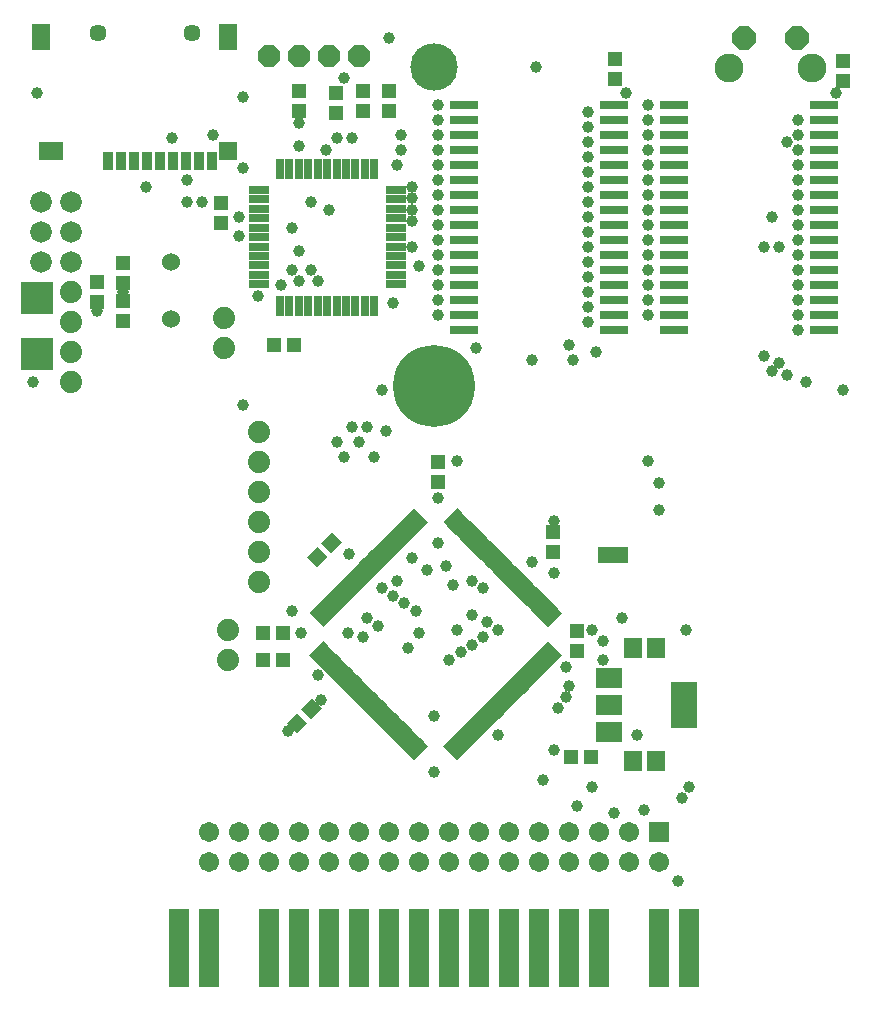
<source format=gts>
G75*
%MOIN*%
%OFA0B0*%
%FSLAX24Y24*%
%IPPOS*%
%LPD*%
%AMOC8*
5,1,8,0,0,1.08239X$1,22.5*
%
%ADD10C,0.2730*%
%ADD11C,0.1182*%
%ADD12R,0.0680X0.2630*%
%ADD13R,0.0671X0.0218*%
%ADD14R,0.0218X0.0671*%
%ADD15R,0.0946X0.0316*%
%ADD16R,0.0631X0.0867*%
%ADD17R,0.0584X0.0631*%
%ADD18R,0.0848X0.0631*%
%ADD19R,0.0356X0.0631*%
%ADD20C,0.0572*%
%ADD21R,0.0671X0.0277*%
%ADD22R,0.0277X0.0671*%
%ADD23R,0.0870X0.0670*%
%ADD24R,0.0870X0.1580*%
%ADD25C,0.0720*%
%ADD26C,0.0740*%
%ADD27R,0.0330X0.0580*%
%ADD28R,0.0474X0.0513*%
%ADD29OC8,0.0780*%
%ADD30C,0.0965*%
%ADD31C,0.0600*%
%ADD32R,0.0674X0.0674*%
%ADD33C,0.0674*%
%ADD34R,0.0592X0.0671*%
%ADD35R,0.1080X0.1080*%
%ADD36R,0.0513X0.0474*%
%ADD37OC8,0.0740*%
%ADD38C,0.0390*%
%ADD39C,0.1582*%
D10*
X014430Y022550D03*
D11*
X014430Y033175D03*
D12*
X005930Y003800D03*
X006930Y003800D03*
X008930Y003800D03*
X009930Y003800D03*
X010930Y003800D03*
X011930Y003800D03*
X012930Y003800D03*
X013930Y003800D03*
X014930Y003800D03*
X015930Y003800D03*
X016930Y003800D03*
X017930Y003800D03*
X018930Y003800D03*
X019930Y003800D03*
X021930Y003800D03*
X022930Y003800D03*
D13*
G36*
X013601Y010224D02*
X014073Y010696D01*
X014227Y010542D01*
X013755Y010070D01*
X013601Y010224D01*
G37*
G36*
X013462Y010363D02*
X013934Y010835D01*
X014088Y010681D01*
X013616Y010209D01*
X013462Y010363D01*
G37*
G36*
X013323Y010502D02*
X013795Y010974D01*
X013949Y010820D01*
X013477Y010348D01*
X013323Y010502D01*
G37*
G36*
X013184Y010641D02*
X013656Y011113D01*
X013810Y010959D01*
X013338Y010487D01*
X013184Y010641D01*
G37*
G36*
X013045Y010781D02*
X013517Y011253D01*
X013671Y011099D01*
X013199Y010627D01*
X013045Y010781D01*
G37*
G36*
X012906Y010920D02*
X013378Y011392D01*
X013532Y011238D01*
X013060Y010766D01*
X012906Y010920D01*
G37*
G36*
X012766Y011059D02*
X013238Y011531D01*
X013392Y011377D01*
X012920Y010905D01*
X012766Y011059D01*
G37*
G36*
X012627Y011198D02*
X013099Y011670D01*
X013253Y011516D01*
X012781Y011044D01*
X012627Y011198D01*
G37*
G36*
X012488Y011337D02*
X012960Y011809D01*
X013114Y011655D01*
X012642Y011183D01*
X012488Y011337D01*
G37*
G36*
X012349Y011477D02*
X012821Y011949D01*
X012975Y011795D01*
X012503Y011323D01*
X012349Y011477D01*
G37*
G36*
X012210Y011616D02*
X012682Y012088D01*
X012836Y011934D01*
X012364Y011462D01*
X012210Y011616D01*
G37*
G36*
X012070Y011755D02*
X012542Y012227D01*
X012696Y012073D01*
X012224Y011601D01*
X012070Y011755D01*
G37*
G36*
X011931Y011894D02*
X012403Y012366D01*
X012557Y012212D01*
X012085Y011740D01*
X011931Y011894D01*
G37*
G36*
X011792Y012033D02*
X012264Y012505D01*
X012418Y012351D01*
X011946Y011879D01*
X011792Y012033D01*
G37*
G36*
X011653Y012173D02*
X012125Y012645D01*
X012279Y012491D01*
X011807Y012019D01*
X011653Y012173D01*
G37*
G36*
X011514Y012312D02*
X011986Y012784D01*
X012140Y012630D01*
X011668Y012158D01*
X011514Y012312D01*
G37*
G36*
X011374Y012451D02*
X011846Y012923D01*
X012000Y012769D01*
X011528Y012297D01*
X011374Y012451D01*
G37*
G36*
X011235Y012590D02*
X011707Y013062D01*
X011861Y012908D01*
X011389Y012436D01*
X011235Y012590D01*
G37*
G36*
X011096Y012729D02*
X011568Y013201D01*
X011722Y013047D01*
X011250Y012575D01*
X011096Y012729D01*
G37*
G36*
X010957Y012869D02*
X011429Y013341D01*
X011583Y013187D01*
X011111Y012715D01*
X010957Y012869D01*
G37*
G36*
X010818Y013008D02*
X011290Y013480D01*
X011444Y013326D01*
X010972Y012854D01*
X010818Y013008D01*
G37*
G36*
X010678Y013147D02*
X011150Y013619D01*
X011304Y013465D01*
X010832Y012993D01*
X010678Y013147D01*
G37*
G36*
X010539Y013286D02*
X011011Y013758D01*
X011165Y013604D01*
X010693Y013132D01*
X010539Y013286D01*
G37*
G36*
X010400Y013425D02*
X010872Y013897D01*
X011026Y013743D01*
X010554Y013271D01*
X010400Y013425D01*
G37*
G36*
X010261Y013565D02*
X010733Y014037D01*
X010887Y013883D01*
X010415Y013411D01*
X010261Y013565D01*
G37*
G36*
X014715Y018019D02*
X015187Y018491D01*
X015341Y018337D01*
X014869Y017865D01*
X014715Y018019D01*
G37*
G36*
X014854Y017880D02*
X015326Y018352D01*
X015480Y018198D01*
X015008Y017726D01*
X014854Y017880D01*
G37*
G36*
X014993Y017740D02*
X015465Y018212D01*
X015619Y018058D01*
X015147Y017586D01*
X014993Y017740D01*
G37*
G36*
X015133Y017601D02*
X015605Y018073D01*
X015759Y017919D01*
X015287Y017447D01*
X015133Y017601D01*
G37*
G36*
X015272Y017462D02*
X015744Y017934D01*
X015898Y017780D01*
X015426Y017308D01*
X015272Y017462D01*
G37*
G36*
X015411Y017323D02*
X015883Y017795D01*
X016037Y017641D01*
X015565Y017169D01*
X015411Y017323D01*
G37*
G36*
X015550Y017184D02*
X016022Y017656D01*
X016176Y017502D01*
X015704Y017030D01*
X015550Y017184D01*
G37*
G36*
X015689Y017044D02*
X016161Y017516D01*
X016315Y017362D01*
X015843Y016890D01*
X015689Y017044D01*
G37*
G36*
X015829Y016905D02*
X016301Y017377D01*
X016455Y017223D01*
X015983Y016751D01*
X015829Y016905D01*
G37*
G36*
X015968Y016766D02*
X016440Y017238D01*
X016594Y017084D01*
X016122Y016612D01*
X015968Y016766D01*
G37*
G36*
X016107Y016627D02*
X016579Y017099D01*
X016733Y016945D01*
X016261Y016473D01*
X016107Y016627D01*
G37*
G36*
X016246Y016488D02*
X016718Y016960D01*
X016872Y016806D01*
X016400Y016334D01*
X016246Y016488D01*
G37*
G36*
X016385Y016348D02*
X016857Y016820D01*
X017011Y016666D01*
X016539Y016194D01*
X016385Y016348D01*
G37*
G36*
X016525Y016209D02*
X016997Y016681D01*
X017151Y016527D01*
X016679Y016055D01*
X016525Y016209D01*
G37*
G36*
X016664Y016070D02*
X017136Y016542D01*
X017290Y016388D01*
X016818Y015916D01*
X016664Y016070D01*
G37*
G36*
X016803Y015931D02*
X017275Y016403D01*
X017429Y016249D01*
X016957Y015777D01*
X016803Y015931D01*
G37*
G36*
X016942Y015792D02*
X017414Y016264D01*
X017568Y016110D01*
X017096Y015638D01*
X016942Y015792D01*
G37*
G36*
X017081Y015652D02*
X017553Y016124D01*
X017707Y015970D01*
X017235Y015498D01*
X017081Y015652D01*
G37*
G36*
X017221Y015513D02*
X017693Y015985D01*
X017847Y015831D01*
X017375Y015359D01*
X017221Y015513D01*
G37*
G36*
X017360Y015374D02*
X017832Y015846D01*
X017986Y015692D01*
X017514Y015220D01*
X017360Y015374D01*
G37*
G36*
X017499Y015235D02*
X017971Y015707D01*
X018125Y015553D01*
X017653Y015081D01*
X017499Y015235D01*
G37*
G36*
X017638Y015096D02*
X018110Y015568D01*
X018264Y015414D01*
X017792Y014942D01*
X017638Y015096D01*
G37*
G36*
X017777Y014957D02*
X018249Y015429D01*
X018403Y015275D01*
X017931Y014803D01*
X017777Y014957D01*
G37*
G36*
X017917Y014817D02*
X018389Y015289D01*
X018543Y015135D01*
X018071Y014663D01*
X017917Y014817D01*
G37*
G36*
X018056Y014678D02*
X018528Y015150D01*
X018682Y014996D01*
X018210Y014524D01*
X018056Y014678D01*
G37*
D14*
G36*
X018056Y013883D02*
X018210Y014037D01*
X018682Y013565D01*
X018528Y013411D01*
X018056Y013883D01*
G37*
G36*
X017917Y013743D02*
X018071Y013897D01*
X018543Y013425D01*
X018389Y013271D01*
X017917Y013743D01*
G37*
G36*
X017777Y013604D02*
X017931Y013758D01*
X018403Y013286D01*
X018249Y013132D01*
X017777Y013604D01*
G37*
G36*
X017638Y013465D02*
X017792Y013619D01*
X018264Y013147D01*
X018110Y012993D01*
X017638Y013465D01*
G37*
G36*
X017499Y013326D02*
X017653Y013480D01*
X018125Y013008D01*
X017971Y012854D01*
X017499Y013326D01*
G37*
G36*
X017360Y013187D02*
X017514Y013341D01*
X017986Y012869D01*
X017832Y012715D01*
X017360Y013187D01*
G37*
G36*
X017221Y013047D02*
X017375Y013201D01*
X017847Y012729D01*
X017693Y012575D01*
X017221Y013047D01*
G37*
G36*
X017081Y012908D02*
X017235Y013062D01*
X017707Y012590D01*
X017553Y012436D01*
X017081Y012908D01*
G37*
G36*
X016942Y012769D02*
X017096Y012923D01*
X017568Y012451D01*
X017414Y012297D01*
X016942Y012769D01*
G37*
G36*
X016803Y012630D02*
X016957Y012784D01*
X017429Y012312D01*
X017275Y012158D01*
X016803Y012630D01*
G37*
G36*
X016664Y012491D02*
X016818Y012645D01*
X017290Y012173D01*
X017136Y012019D01*
X016664Y012491D01*
G37*
G36*
X016525Y012351D02*
X016679Y012505D01*
X017151Y012033D01*
X016997Y011879D01*
X016525Y012351D01*
G37*
G36*
X016385Y012212D02*
X016539Y012366D01*
X017011Y011894D01*
X016857Y011740D01*
X016385Y012212D01*
G37*
G36*
X016246Y012073D02*
X016400Y012227D01*
X016872Y011755D01*
X016718Y011601D01*
X016246Y012073D01*
G37*
G36*
X016107Y011934D02*
X016261Y012088D01*
X016733Y011616D01*
X016579Y011462D01*
X016107Y011934D01*
G37*
G36*
X015968Y011795D02*
X016122Y011949D01*
X016594Y011477D01*
X016440Y011323D01*
X015968Y011795D01*
G37*
G36*
X015829Y011655D02*
X015983Y011809D01*
X016455Y011337D01*
X016301Y011183D01*
X015829Y011655D01*
G37*
G36*
X015689Y011516D02*
X015843Y011670D01*
X016315Y011198D01*
X016161Y011044D01*
X015689Y011516D01*
G37*
G36*
X015550Y011377D02*
X015704Y011531D01*
X016176Y011059D01*
X016022Y010905D01*
X015550Y011377D01*
G37*
G36*
X015411Y011238D02*
X015565Y011392D01*
X016037Y010920D01*
X015883Y010766D01*
X015411Y011238D01*
G37*
G36*
X015272Y011099D02*
X015426Y011253D01*
X015898Y010781D01*
X015744Y010627D01*
X015272Y011099D01*
G37*
G36*
X015133Y010959D02*
X015287Y011113D01*
X015759Y010641D01*
X015605Y010487D01*
X015133Y010959D01*
G37*
G36*
X014993Y010820D02*
X015147Y010974D01*
X015619Y010502D01*
X015465Y010348D01*
X014993Y010820D01*
G37*
G36*
X014854Y010681D02*
X015008Y010835D01*
X015480Y010363D01*
X015326Y010209D01*
X014854Y010681D01*
G37*
G36*
X014715Y010542D02*
X014869Y010696D01*
X015341Y010224D01*
X015187Y010070D01*
X014715Y010542D01*
G37*
G36*
X010400Y015135D02*
X010554Y015289D01*
X011026Y014817D01*
X010872Y014663D01*
X010400Y015135D01*
G37*
G36*
X010261Y014996D02*
X010415Y015150D01*
X010887Y014678D01*
X010733Y014524D01*
X010261Y014996D01*
G37*
G36*
X010539Y015275D02*
X010693Y015429D01*
X011165Y014957D01*
X011011Y014803D01*
X010539Y015275D01*
G37*
G36*
X010678Y015414D02*
X010832Y015568D01*
X011304Y015096D01*
X011150Y014942D01*
X010678Y015414D01*
G37*
G36*
X010818Y015553D02*
X010972Y015707D01*
X011444Y015235D01*
X011290Y015081D01*
X010818Y015553D01*
G37*
G36*
X010957Y015692D02*
X011111Y015846D01*
X011583Y015374D01*
X011429Y015220D01*
X010957Y015692D01*
G37*
G36*
X011096Y015831D02*
X011250Y015985D01*
X011722Y015513D01*
X011568Y015359D01*
X011096Y015831D01*
G37*
G36*
X011235Y015970D02*
X011389Y016124D01*
X011861Y015652D01*
X011707Y015498D01*
X011235Y015970D01*
G37*
G36*
X011374Y016110D02*
X011528Y016264D01*
X012000Y015792D01*
X011846Y015638D01*
X011374Y016110D01*
G37*
G36*
X011514Y016249D02*
X011668Y016403D01*
X012140Y015931D01*
X011986Y015777D01*
X011514Y016249D01*
G37*
G36*
X011653Y016388D02*
X011807Y016542D01*
X012279Y016070D01*
X012125Y015916D01*
X011653Y016388D01*
G37*
G36*
X011792Y016527D02*
X011946Y016681D01*
X012418Y016209D01*
X012264Y016055D01*
X011792Y016527D01*
G37*
G36*
X011931Y016666D02*
X012085Y016820D01*
X012557Y016348D01*
X012403Y016194D01*
X011931Y016666D01*
G37*
G36*
X012070Y016806D02*
X012224Y016960D01*
X012696Y016488D01*
X012542Y016334D01*
X012070Y016806D01*
G37*
G36*
X012210Y016945D02*
X012364Y017099D01*
X012836Y016627D01*
X012682Y016473D01*
X012210Y016945D01*
G37*
G36*
X012349Y017084D02*
X012503Y017238D01*
X012975Y016766D01*
X012821Y016612D01*
X012349Y017084D01*
G37*
G36*
X012488Y017223D02*
X012642Y017377D01*
X013114Y016905D01*
X012960Y016751D01*
X012488Y017223D01*
G37*
G36*
X012627Y017362D02*
X012781Y017516D01*
X013253Y017044D01*
X013099Y016890D01*
X012627Y017362D01*
G37*
G36*
X012766Y017502D02*
X012920Y017656D01*
X013392Y017184D01*
X013238Y017030D01*
X012766Y017502D01*
G37*
G36*
X012906Y017641D02*
X013060Y017795D01*
X013532Y017323D01*
X013378Y017169D01*
X012906Y017641D01*
G37*
G36*
X013045Y017780D02*
X013199Y017934D01*
X013671Y017462D01*
X013517Y017308D01*
X013045Y017780D01*
G37*
G36*
X013184Y017919D02*
X013338Y018073D01*
X013810Y017601D01*
X013656Y017447D01*
X013184Y017919D01*
G37*
G36*
X013323Y018058D02*
X013477Y018212D01*
X013949Y017740D01*
X013795Y017586D01*
X013323Y018058D01*
G37*
G36*
X013462Y018198D02*
X013616Y018352D01*
X014088Y017880D01*
X013934Y017726D01*
X013462Y018198D01*
G37*
G36*
X013601Y018337D02*
X013755Y018491D01*
X014227Y018019D01*
X014073Y017865D01*
X013601Y018337D01*
G37*
D15*
X015429Y024413D03*
X015429Y024913D03*
X015429Y025413D03*
X015429Y025913D03*
X015429Y026413D03*
X015429Y026913D03*
X015429Y027413D03*
X015429Y027913D03*
X015429Y028413D03*
X015429Y028913D03*
X015429Y029413D03*
X015429Y029913D03*
X015429Y030413D03*
X015429Y030913D03*
X015429Y031413D03*
X015429Y031913D03*
X020431Y031913D03*
X020431Y031413D03*
X020431Y030913D03*
X020431Y030413D03*
X020431Y029913D03*
X020431Y029413D03*
X020431Y028913D03*
X020431Y028413D03*
X020431Y027913D03*
X020431Y027413D03*
X020431Y026913D03*
X020431Y026413D03*
X020431Y025913D03*
X020431Y025413D03*
X020431Y024913D03*
X020431Y024413D03*
X022429Y024425D03*
X022429Y024925D03*
X022429Y025425D03*
X022429Y025925D03*
X022429Y026425D03*
X022429Y026925D03*
X022429Y027425D03*
X022429Y027925D03*
X022429Y028425D03*
X022429Y028925D03*
X022429Y029425D03*
X022429Y029925D03*
X022429Y030425D03*
X022429Y030925D03*
X022429Y031425D03*
X022429Y031925D03*
X027431Y031925D03*
X027431Y031425D03*
X027431Y030925D03*
X027431Y030425D03*
X027431Y029925D03*
X027431Y029425D03*
X027431Y028925D03*
X027431Y028425D03*
X027431Y027925D03*
X027431Y027425D03*
X027431Y026925D03*
X027431Y026425D03*
X027431Y025925D03*
X027431Y025425D03*
X027431Y024925D03*
X027431Y024425D03*
D16*
X007540Y034172D03*
X001320Y034172D03*
D17*
X007564Y030393D03*
D18*
X001664Y030393D03*
D19*
X003564Y030050D03*
X003997Y030050D03*
X004430Y030050D03*
X004863Y030050D03*
X005296Y030050D03*
X005729Y030050D03*
X006162Y030050D03*
X006595Y030050D03*
X007028Y030050D03*
D20*
X006359Y034330D03*
X003210Y034330D03*
D21*
X008569Y029086D03*
X008569Y028771D03*
X008569Y028456D03*
X008569Y028141D03*
X008569Y027826D03*
X008569Y027511D03*
X008569Y027196D03*
X008569Y026881D03*
X008569Y026567D03*
X008569Y026252D03*
X008569Y025937D03*
X013136Y025937D03*
X013136Y026252D03*
X013136Y026567D03*
X013136Y026881D03*
X013136Y027196D03*
X013136Y027511D03*
X013136Y027826D03*
X013136Y028141D03*
X013136Y028456D03*
X013136Y028771D03*
X013136Y029086D03*
D22*
X012427Y029795D03*
X012112Y029795D03*
X011797Y029795D03*
X011482Y029795D03*
X011167Y029795D03*
X010852Y029795D03*
X010537Y029795D03*
X010222Y029795D03*
X009907Y029795D03*
X009592Y029795D03*
X009277Y029795D03*
X009277Y025228D03*
X009592Y025228D03*
X009907Y025228D03*
X010222Y025228D03*
X010537Y025228D03*
X010852Y025228D03*
X011167Y025228D03*
X011482Y025228D03*
X011797Y025228D03*
X012112Y025228D03*
X012427Y025228D03*
D23*
X020265Y012815D03*
X020265Y011915D03*
X020265Y011015D03*
D24*
X022745Y011925D03*
D25*
X002330Y026675D03*
X002330Y027675D03*
X002330Y028675D03*
X001330Y028675D03*
X001330Y027675D03*
X001330Y026675D03*
D26*
X002305Y025675D03*
X002305Y024675D03*
X002305Y023675D03*
X002305Y022675D03*
X007430Y023800D03*
X007430Y024800D03*
X008580Y021025D03*
X008580Y020025D03*
X008580Y019025D03*
X008580Y018025D03*
X008580Y017025D03*
X008580Y016025D03*
X007555Y014425D03*
X007555Y013425D03*
D27*
X020060Y016900D03*
X020380Y016900D03*
X020700Y016900D03*
D28*
X019180Y014385D03*
X019180Y013715D03*
X018393Y017002D03*
X018393Y017671D03*
X014555Y019340D03*
X014555Y020010D03*
X009390Y013425D03*
X008720Y013425D03*
X004055Y024715D03*
X004055Y025385D03*
X004055Y025965D03*
X004055Y026635D03*
X007305Y027965D03*
X007305Y028635D03*
X011155Y031640D03*
X011155Y032310D03*
X020455Y032765D03*
X020455Y033435D03*
X028055Y033385D03*
X028055Y032715D03*
D29*
X026520Y034140D03*
X024740Y034140D03*
D30*
X024250Y033160D03*
X027010Y033160D03*
D31*
X005655Y026675D03*
X005655Y024775D03*
D32*
X021930Y007675D03*
D33*
X021930Y006675D03*
X020930Y006675D03*
X020930Y007675D03*
X019930Y007675D03*
X019930Y006675D03*
X018930Y006675D03*
X018930Y007675D03*
X017930Y007675D03*
X017930Y006675D03*
X016930Y006675D03*
X016930Y007675D03*
X015930Y007675D03*
X015930Y006675D03*
X014930Y006675D03*
X014930Y007675D03*
X013930Y007675D03*
X013930Y006675D03*
X012930Y006675D03*
X012930Y007675D03*
X011930Y007675D03*
X011930Y006675D03*
X010930Y006675D03*
X010930Y007675D03*
X009930Y007675D03*
X009930Y006675D03*
X008930Y006675D03*
X008930Y007675D03*
X007930Y007675D03*
X007930Y006675D03*
X006930Y006675D03*
X006930Y007675D03*
D34*
X021056Y010050D03*
X021804Y010050D03*
X021804Y013800D03*
X021056Y013800D03*
D35*
X001180Y023625D03*
X001180Y025475D03*
D36*
X003180Y025340D03*
X003180Y026010D03*
X009095Y023925D03*
X009765Y023925D03*
G36*
X010657Y017310D02*
X011018Y017671D01*
X011353Y017336D01*
X010992Y016975D01*
X010657Y017310D01*
G37*
G36*
X010184Y016837D02*
X010545Y017198D01*
X010880Y016863D01*
X010519Y016502D01*
X010184Y016837D01*
G37*
X009390Y014300D03*
X008720Y014300D03*
G36*
X009974Y011774D02*
X010335Y012135D01*
X010670Y011800D01*
X010309Y011439D01*
X009974Y011774D01*
G37*
G36*
X009501Y011300D02*
X009862Y011661D01*
X010197Y011326D01*
X009836Y010965D01*
X009501Y011300D01*
G37*
X018970Y010175D03*
X019640Y010175D03*
X012930Y031715D03*
X012930Y032385D03*
X012055Y032385D03*
X012055Y031715D03*
X009930Y031715D03*
X009930Y032385D03*
D37*
X009930Y033550D03*
X010930Y033550D03*
X011930Y033550D03*
X008930Y033550D03*
D38*
X008055Y032175D03*
X007055Y030925D03*
X008055Y029800D03*
X006680Y028675D03*
X006180Y028675D03*
X006180Y029425D03*
X005680Y030800D03*
X004805Y029175D03*
X004055Y025675D03*
X003180Y025050D03*
X001055Y022675D03*
X008055Y021925D03*
X008555Y025550D03*
X009305Y025925D03*
X009680Y026425D03*
X009930Y026050D03*
X010305Y026425D03*
X010555Y026050D03*
X009930Y027050D03*
X009680Y027800D03*
X010305Y028675D03*
X010930Y028425D03*
X010805Y030425D03*
X011167Y030800D03*
X011680Y030800D03*
X013180Y029925D03*
X013305Y030425D03*
X013305Y030925D03*
X014555Y030925D03*
X014555Y030425D03*
X014555Y029925D03*
X014555Y029425D03*
X014555Y028925D03*
X014555Y028425D03*
X014555Y027925D03*
X014555Y027425D03*
X014555Y026925D03*
X014555Y026425D03*
X014555Y025925D03*
X014555Y025425D03*
X014555Y024925D03*
X015805Y023800D03*
X017680Y023425D03*
X018930Y023925D03*
X019055Y023425D03*
X019805Y023675D03*
X019555Y024675D03*
X019555Y025175D03*
X019555Y025675D03*
X019555Y026175D03*
X019555Y026675D03*
X019555Y027175D03*
X019555Y027675D03*
X019555Y028175D03*
X019555Y028675D03*
X019555Y029175D03*
X019555Y029675D03*
X019555Y030175D03*
X019555Y030675D03*
X019555Y031175D03*
X019555Y031675D03*
X020805Y032300D03*
X021555Y031925D03*
X021555Y031425D03*
X021555Y030925D03*
X021555Y030425D03*
X021555Y029925D03*
X021555Y029425D03*
X021555Y028925D03*
X021555Y028425D03*
X021555Y027925D03*
X021555Y027425D03*
X021555Y026925D03*
X021555Y026425D03*
X021555Y025925D03*
X021555Y025425D03*
X021555Y024925D03*
X021555Y020050D03*
X021930Y019300D03*
X021930Y018425D03*
X020680Y014800D03*
X020060Y014045D03*
X019680Y014425D03*
X020055Y013425D03*
X018805Y013175D03*
X018930Y012550D03*
X018805Y012175D03*
X018555Y011800D03*
X018430Y010425D03*
X018055Y009425D03*
X019180Y008550D03*
X019680Y009175D03*
X020430Y008300D03*
X021430Y008425D03*
X022680Y008800D03*
X022930Y009175D03*
X021180Y010925D03*
X022805Y014425D03*
X018430Y016300D03*
X017680Y016675D03*
X018430Y018050D03*
X016055Y015800D03*
X015680Y016050D03*
X015055Y015925D03*
X014805Y016550D03*
X014180Y016425D03*
X013680Y016800D03*
X013180Y016050D03*
X013055Y015550D03*
X013430Y015300D03*
X013805Y015050D03*
X013930Y014300D03*
X013555Y013800D03*
X012555Y014550D03*
X012180Y014800D03*
X012055Y014175D03*
X011555Y014300D03*
X010555Y012925D03*
X010633Y012097D03*
X009555Y011050D03*
X009997Y014300D03*
X009680Y015050D03*
X011566Y016936D03*
X012680Y015800D03*
X014555Y017300D03*
X014555Y018818D03*
X015180Y020050D03*
X012805Y021050D03*
X012180Y021175D03*
X011930Y020675D03*
X011680Y021175D03*
X011180Y020675D03*
X011430Y020175D03*
X012430Y020175D03*
X012680Y022425D03*
X013055Y025300D03*
X013930Y026550D03*
X013680Y027175D03*
X013680Y028050D03*
X013680Y028425D03*
X013680Y028800D03*
X013680Y029175D03*
X014555Y031425D03*
X014555Y031925D03*
X012930Y034140D03*
X011430Y032800D03*
X009930Y031300D03*
X009930Y030550D03*
X007930Y028175D03*
X007930Y027550D03*
X001180Y032300D03*
X015680Y014925D03*
X016180Y014675D03*
X016555Y014425D03*
X016055Y014175D03*
X015680Y013925D03*
X015305Y013675D03*
X014930Y013425D03*
X015180Y014425D03*
X014430Y011550D03*
X014430Y009675D03*
X016555Y010925D03*
X022555Y006050D03*
X026805Y022675D03*
X026180Y022925D03*
X025930Y023300D03*
X025680Y023050D03*
X025430Y023550D03*
X026555Y024425D03*
X026555Y024925D03*
X026555Y025425D03*
X026555Y025925D03*
X026555Y026425D03*
X026555Y026925D03*
X026555Y027425D03*
X026555Y027925D03*
X026555Y028425D03*
X026555Y028925D03*
X026555Y029425D03*
X026555Y029925D03*
X026555Y030425D03*
X026555Y030925D03*
X026555Y031425D03*
X026180Y030675D03*
X027805Y032300D03*
X025680Y028175D03*
X025430Y027175D03*
X025930Y027175D03*
X028055Y022425D03*
X017805Y033175D03*
D39*
X014430Y033175D03*
M02*

</source>
